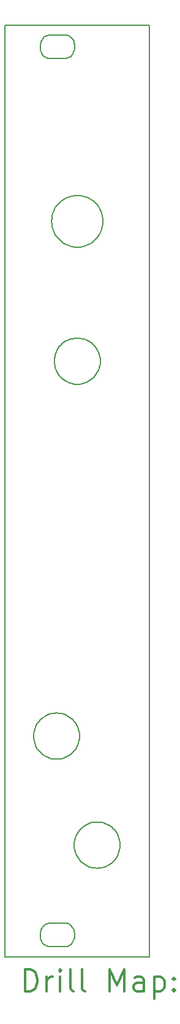
<source format=gbr>
%FSLAX45Y45*%
G04 Gerber Fmt 4.5, Leading zero omitted, Abs format (unit mm)*
G04 Created by KiCad (PCBNEW (5.1.10)-1) date 2021-10-06 15:17:24*
%MOMM*%
%LPD*%
G01*
G04 APERTURE LIST*
%TA.AperFunction,Profile*%
%ADD10C,0.200000*%
%TD*%
%ADD11C,0.200000*%
%ADD12C,0.300000*%
G04 APERTURE END LIST*
D10*
X15054070Y12490986D02*
X15021559Y12492510D01*
X15086329Y12492510D02*
X15054070Y12490986D01*
X15118078Y12497336D02*
X15086329Y12492510D01*
X15148304Y12505210D02*
X15118078Y12497336D01*
X15177514Y12515877D02*
X15148304Y12505210D01*
X15205454Y12529338D02*
X15177514Y12515877D01*
X15231618Y12545087D02*
X15205454Y12529338D01*
X15256000Y12563376D02*
X15231618Y12545087D01*
X15278606Y12583950D02*
X15256000Y12563376D01*
X15298926Y12606556D02*
X15278606Y12583950D01*
X15317215Y12630939D02*
X15298926Y12606556D01*
X15333216Y12657102D02*
X15317215Y12630939D01*
X15346679Y12684788D02*
X15333216Y12657102D01*
X15357346Y12713998D02*
X15346679Y12684788D01*
X15364966Y12744478D02*
X15357346Y12713998D01*
X15369792Y12775973D02*
X15364966Y12744478D01*
X15371570Y12808486D02*
X15369792Y12775973D01*
X15369792Y12840997D02*
X15371570Y12808486D01*
X15364966Y12872494D02*
X15369792Y12840997D01*
X15357346Y12902720D02*
X15364966Y12872494D01*
X15346679Y12931930D02*
X15357346Y12902720D01*
X15333216Y12959870D02*
X15346679Y12931930D01*
X15317215Y12986031D02*
X15333216Y12959870D01*
X15298926Y13010416D02*
X15317215Y12986031D01*
X15278606Y13033022D02*
X15298926Y13010416D01*
X15256000Y13053342D02*
X15278606Y13033022D01*
X15231618Y13071629D02*
X15256000Y13053342D01*
X15205454Y13087631D02*
X15231618Y13071629D01*
X15177514Y13100839D02*
X15205454Y13087631D01*
X15148304Y13111762D02*
X15177514Y13100839D01*
X15118078Y13119382D02*
X15148304Y13111762D01*
X15086329Y13124207D02*
X15118078Y13119382D01*
X15054070Y13125986D02*
X15086329Y13124207D01*
X15021559Y13124207D02*
X15054070Y13125986D01*
X14990063Y13119382D02*
X15021559Y13124207D01*
X14959582Y13111762D02*
X14990063Y13119382D01*
X14930372Y13100839D02*
X14959582Y13111762D01*
X14902686Y13087631D02*
X14930372Y13100839D01*
X14876525Y13071629D02*
X14902686Y13087631D01*
X14852140Y13053342D02*
X14876525Y13071629D01*
X14829534Y13033022D02*
X14852140Y13053342D01*
X14808960Y13010416D02*
X14829534Y13033022D01*
X14790673Y12986031D02*
X14808960Y13010416D01*
X14774925Y12959870D02*
X14790673Y12986031D01*
X14761463Y12931930D02*
X14774925Y12959870D01*
X14750794Y12902720D02*
X14761463Y12931930D01*
X14742920Y12872494D02*
X14750794Y12902720D01*
X14738095Y12840997D02*
X14742920Y12872494D01*
X14736570Y12808486D02*
X14738095Y12840997D01*
X14738095Y12775973D02*
X14736570Y12808486D01*
X14742920Y12744478D02*
X14738095Y12775973D01*
X14750794Y12713998D02*
X14742920Y12744478D01*
X14761463Y12684788D02*
X14750794Y12713998D01*
X14774925Y12657102D02*
X14761463Y12684788D01*
X14790673Y12630939D02*
X14774925Y12657102D01*
X14808960Y12606556D02*
X14790673Y12630939D01*
X14829534Y12583950D02*
X14808960Y12606556D01*
X14852140Y12563376D02*
X14829534Y12583950D01*
X14876525Y12545087D02*
X14852140Y12563376D01*
X14902686Y12529338D02*
X14876525Y12545087D01*
X14930372Y12515877D02*
X14902686Y12529338D01*
X14959582Y12505210D02*
X14930372Y12515877D01*
X14990063Y12497336D02*
X14959582Y12505210D01*
X15021559Y12492510D02*
X14990063Y12497336D01*
X15017495Y15088304D02*
X15054071Y15090082D01*
X14982189Y15082970D02*
X15017495Y15088304D01*
X14948154Y15074080D02*
X14982189Y15082970D01*
X14915641Y15062143D02*
X14948154Y15074080D01*
X14884400Y15047156D02*
X14915641Y15062143D01*
X14855190Y15029378D02*
X14884400Y15047156D01*
X14827759Y15009056D02*
X14855190Y15029378D01*
X14802612Y14985943D02*
X14827759Y15009056D01*
X14779497Y14960796D02*
X14802612Y14985943D01*
X14759178Y14933365D02*
X14779497Y14960796D01*
X14741399Y14904155D02*
X14759178Y14933365D01*
X14726413Y14872912D02*
X14741399Y14904155D01*
X14714473Y14840401D02*
X14726413Y14872912D01*
X14705585Y14806364D02*
X14714473Y14840401D01*
X14700249Y14771058D02*
X14705585Y14806364D01*
X14698471Y14734482D02*
X14700249Y14771058D01*
X14700249Y14698160D02*
X14698471Y14734482D01*
X14705585Y14662854D02*
X14700249Y14698160D01*
X14714473Y14628818D02*
X14705585Y14662854D01*
X14726413Y14596053D02*
X14714473Y14628818D01*
X14741399Y14565065D02*
X14726413Y14596053D01*
X14759178Y14535855D02*
X14741399Y14565065D01*
X14779497Y14508423D02*
X14759178Y14535855D01*
X14802612Y14483022D02*
X14779497Y14508423D01*
X14827759Y14460162D02*
X14802612Y14483022D01*
X14855190Y14439588D02*
X14827759Y14460162D01*
X14884400Y14421809D02*
X14855190Y14439588D01*
X14915641Y14406823D02*
X14884400Y14421809D01*
X14948154Y14394884D02*
X14915641Y14406823D01*
X14982189Y14386249D02*
X14948154Y14394884D01*
X15017495Y14380914D02*
X14982189Y14386249D01*
X15054071Y14378883D02*
X15017495Y14380914D01*
X15090393Y14380914D02*
X15054071Y14378883D01*
X15125699Y14386249D02*
X15090393Y14380914D01*
X15159737Y14394884D02*
X15125699Y14386249D01*
X15192502Y14406823D02*
X15159737Y14394884D01*
X15223490Y14421809D02*
X15192502Y14406823D01*
X15252700Y14439588D02*
X15223490Y14421809D01*
X15280132Y14460162D02*
X15252700Y14439588D01*
X15305531Y14483022D02*
X15280132Y14460162D01*
X15328391Y14508423D02*
X15305531Y14483022D01*
X15348965Y14535855D02*
X15328391Y14508423D01*
X15366746Y14565065D02*
X15348965Y14535855D01*
X15381732Y14596053D02*
X15366746Y14565065D01*
X15393669Y14628818D02*
X15381732Y14596053D01*
X15402306Y14662854D02*
X15393669Y14628818D01*
X15407893Y14698160D02*
X15402306Y14662854D01*
X15409672Y14734482D02*
X15407893Y14698160D01*
X15407893Y14771058D02*
X15409672Y14734482D01*
X15402306Y14806364D02*
X15407893Y14771058D01*
X15393669Y14840401D02*
X15402306Y14806364D01*
X15381732Y14872912D02*
X15393669Y14840401D01*
X15366746Y14904155D02*
X15381732Y14872912D01*
X15348965Y14933365D02*
X15366746Y14904155D01*
X15328391Y14960796D02*
X15348965Y14933365D01*
X15305531Y14985943D02*
X15328391Y14960796D01*
X15280132Y15009056D02*
X15305531Y14985943D01*
X15252700Y15029378D02*
X15280132Y15009056D01*
X15223490Y15047156D02*
X15252700Y15029378D01*
X15192502Y15062143D02*
X15223490Y15047156D01*
X15159737Y15074080D02*
X15192502Y15062143D01*
X15125699Y15082970D02*
X15159737Y15074080D01*
X15090393Y15088304D02*
X15125699Y15082970D01*
X15054071Y15090082D02*
X15090393Y15088304D01*
X15085031Y7646669D02*
X15083252Y7614158D01*
X15083252Y7678928D02*
X15085031Y7646669D01*
X15078427Y7710677D02*
X15083252Y7678928D01*
X15070807Y7740903D02*
X15078427Y7710677D01*
X15060138Y7770113D02*
X15070807Y7740903D01*
X15046676Y7797799D02*
X15060138Y7770113D01*
X15030674Y7823962D02*
X15046676Y7797799D01*
X15012387Y7848599D02*
X15030674Y7823962D01*
X14992067Y7870951D02*
X15012387Y7848599D01*
X14969461Y7891525D02*
X14992067Y7870951D01*
X14945076Y7909814D02*
X14969461Y7891525D01*
X14918915Y7925815D02*
X14945076Y7909814D01*
X14890975Y7939024D02*
X14918915Y7925815D01*
X14861765Y7949691D02*
X14890975Y7939024D01*
X14831539Y7957565D02*
X14861765Y7949691D01*
X14800042Y7962391D02*
X14831539Y7957565D01*
X14767531Y7964169D02*
X14800042Y7962391D01*
X14735018Y7962391D02*
X14767531Y7964169D01*
X14703523Y7957565D02*
X14735018Y7962391D01*
X14673043Y7949691D02*
X14703523Y7957565D01*
X14643833Y7939024D02*
X14673043Y7949691D01*
X14616147Y7925815D02*
X14643833Y7939024D01*
X14589984Y7909814D02*
X14616147Y7925815D01*
X14565601Y7891525D02*
X14589984Y7909814D01*
X14542995Y7870951D02*
X14565601Y7891525D01*
X14522421Y7848599D02*
X14542995Y7870951D01*
X14504132Y7823962D02*
X14522421Y7848599D01*
X14488386Y7797799D02*
X14504132Y7823962D01*
X14474922Y7770113D02*
X14488386Y7797799D01*
X14464255Y7740903D02*
X14474922Y7770113D01*
X14456381Y7710677D02*
X14464255Y7740903D01*
X14451555Y7678928D02*
X14456381Y7710677D01*
X14450031Y7646669D02*
X14451555Y7678928D01*
X14451555Y7614158D02*
X14450031Y7646669D01*
X14456381Y7582662D02*
X14451555Y7614158D01*
X14464255Y7552181D02*
X14456381Y7582662D01*
X14474922Y7522971D02*
X14464255Y7552181D01*
X14488386Y7495285D02*
X14474922Y7522971D01*
X14504132Y7469124D02*
X14488386Y7495285D01*
X14522421Y7444485D02*
X14504132Y7469124D01*
X14542995Y7422133D02*
X14522421Y7444485D01*
X14565601Y7401559D02*
X14542995Y7422133D01*
X14589984Y7383272D02*
X14565601Y7401559D01*
X14616147Y7367270D02*
X14589984Y7383272D01*
X14643833Y7354062D02*
X14616147Y7367270D01*
X14673043Y7343393D02*
X14643833Y7354062D01*
X14703523Y7335519D02*
X14673043Y7343393D01*
X14735018Y7330694D02*
X14703523Y7335519D01*
X14767531Y7329169D02*
X14735018Y7330694D01*
X14800042Y7330694D02*
X14767531Y7329169D01*
X14831539Y7335519D02*
X14800042Y7330694D01*
X14861765Y7343393D02*
X14831539Y7335519D01*
X14890975Y7354062D02*
X14861765Y7343393D01*
X14918915Y7367270D02*
X14890975Y7354062D01*
X14945076Y7383272D02*
X14918915Y7367270D01*
X14969461Y7401559D02*
X14945076Y7383272D01*
X14992067Y7422133D02*
X14969461Y7401559D01*
X15012387Y7444485D02*
X14992067Y7422133D01*
X15030674Y7469124D02*
X15012387Y7444485D01*
X15046676Y7495285D02*
X15030674Y7469124D01*
X15060138Y7522971D02*
X15046676Y7495285D01*
X15070807Y7552181D02*
X15060138Y7522971D01*
X15078427Y7582662D02*
X15070807Y7552181D01*
X15083252Y7614158D02*
X15078427Y7582662D01*
X15645438Y6146800D02*
X15643660Y6114289D01*
X15643660Y6179059D02*
X15645438Y6146800D01*
X15638834Y6210807D02*
X15643660Y6179059D01*
X15631214Y6241034D02*
X15638834Y6210807D01*
X15620545Y6270244D02*
X15631214Y6241034D01*
X15607083Y6297929D02*
X15620545Y6270244D01*
X15591081Y6324093D02*
X15607083Y6297929D01*
X15572794Y6348730D02*
X15591081Y6324093D01*
X15552474Y6371082D02*
X15572794Y6348730D01*
X15529868Y6391655D02*
X15552474Y6371082D01*
X15505483Y6409945D02*
X15529868Y6391655D01*
X15479322Y6425945D02*
X15505483Y6409945D01*
X15451382Y6439155D02*
X15479322Y6425945D01*
X15422172Y6449822D02*
X15451382Y6439155D01*
X15391946Y6457696D02*
X15422172Y6449822D01*
X15360449Y6462521D02*
X15391946Y6457696D01*
X15327938Y6464300D02*
X15360449Y6462521D01*
X15295425Y6462521D02*
X15327938Y6464300D01*
X15263930Y6457696D02*
X15295425Y6462521D01*
X15233450Y6449822D02*
X15263930Y6457696D01*
X15204240Y6439155D02*
X15233450Y6449822D01*
X15176554Y6425945D02*
X15204240Y6439155D01*
X15150391Y6409945D02*
X15176554Y6425945D01*
X15126008Y6391655D02*
X15150391Y6409945D01*
X15103402Y6371082D02*
X15126008Y6391655D01*
X15082828Y6348730D02*
X15103402Y6371082D01*
X15064539Y6324093D02*
X15082828Y6348730D01*
X15048793Y6297929D02*
X15064539Y6324093D01*
X15035329Y6270244D02*
X15048793Y6297929D01*
X15024662Y6241034D02*
X15035329Y6270244D01*
X15016788Y6210807D02*
X15024662Y6241034D01*
X15011963Y6179059D02*
X15016788Y6210807D01*
X15010438Y6146800D02*
X15011963Y6179059D01*
X15011963Y6114289D02*
X15010438Y6146800D01*
X15016788Y6082792D02*
X15011963Y6114289D01*
X15024662Y6052311D02*
X15016788Y6082792D01*
X15035329Y6023101D02*
X15024662Y6052311D01*
X15048793Y5995416D02*
X15035329Y6023101D01*
X15064539Y5969254D02*
X15048793Y5995416D01*
X15082828Y5944616D02*
X15064539Y5969254D01*
X15103402Y5922263D02*
X15082828Y5944616D01*
X15126008Y5901690D02*
X15103402Y5922263D01*
X15150391Y5883403D02*
X15126008Y5901690D01*
X15176554Y5867400D02*
X15150391Y5883403D01*
X15204240Y5854193D02*
X15176554Y5867400D01*
X15233450Y5843523D02*
X15204240Y5854193D01*
X15263930Y5835649D02*
X15233450Y5843523D01*
X15295425Y5830824D02*
X15263930Y5835649D01*
X15327938Y5829300D02*
X15295425Y5830824D01*
X15360449Y5830824D02*
X15327938Y5829300D01*
X15391946Y5835649D02*
X15360449Y5830824D01*
X15422172Y5843523D02*
X15391946Y5835649D01*
X15451382Y5854193D02*
X15422172Y5843523D01*
X15479322Y5867400D02*
X15451382Y5854193D01*
X15505483Y5883403D02*
X15479322Y5867400D01*
X15529868Y5901690D02*
X15505483Y5883403D01*
X15552474Y5922263D02*
X15529868Y5901690D01*
X15572794Y5944616D02*
X15552474Y5922263D01*
X15591081Y5969254D02*
X15572794Y5944616D01*
X15607083Y5995416D02*
X15591081Y5969254D01*
X15620545Y6023101D02*
X15607083Y5995416D01*
X15631214Y6052311D02*
X15620545Y6023101D01*
X15638834Y6082792D02*
X15631214Y6052311D01*
X15643660Y6114289D02*
X15638834Y6082792D01*
X15016732Y4909567D02*
X15016478Y4901439D01*
X15015464Y4933695D02*
X15016732Y4909567D01*
X15011398Y4956810D02*
X15015464Y4933695D01*
X15005303Y4978400D02*
X15011398Y4956810D01*
X14996666Y4998465D02*
X15005303Y4978400D01*
X14986254Y5016246D02*
X14996666Y4998465D01*
X14969743Y5036820D02*
X14986254Y5016246D01*
X14950440Y5052568D02*
X14969743Y5036820D01*
X14929104Y5063235D02*
X14950440Y5052568D01*
X14905989Y5068063D02*
X14929104Y5063235D01*
X14899894Y5068317D02*
X14905989Y5068063D01*
X14658593Y5068317D02*
X14899894Y5068317D01*
X14634970Y5065014D02*
X14658593Y5068317D01*
X14613126Y5055869D02*
X14634970Y5065014D01*
X14593315Y5041137D02*
X14613126Y5055869D01*
X14576042Y5021834D02*
X14593315Y5041137D01*
X14564867Y5004561D02*
X14576042Y5021834D01*
X14555722Y4985258D02*
X14564867Y5004561D01*
X14548864Y4964176D02*
X14555722Y4985258D01*
X14544039Y4941570D02*
X14548864Y4964176D01*
X14541752Y4917693D02*
X14544039Y4941570D01*
X14541752Y4909567D02*
X14541752Y4917693D01*
X14543023Y4885436D02*
X14541752Y4909567D01*
X14547086Y4862322D02*
X14543023Y4885436D01*
X14553184Y4840732D02*
X14547086Y4862322D01*
X14561564Y4820920D02*
X14553184Y4840732D01*
X14571979Y4802885D02*
X14561564Y4820920D01*
X14588743Y4782311D02*
X14571979Y4802885D01*
X14607793Y4766563D02*
X14588743Y4782311D01*
X14629383Y4755896D02*
X14607793Y4766563D01*
X14652497Y4751071D02*
X14629383Y4755896D01*
X14658593Y4750817D02*
X14652497Y4751071D01*
X14899894Y4750817D02*
X14658593Y4750817D01*
X14923514Y4754118D02*
X14899894Y4750817D01*
X14945358Y4763262D02*
X14923514Y4754118D01*
X14965172Y4777994D02*
X14945358Y4763262D01*
X14982442Y4797298D02*
X14965172Y4777994D01*
X14993620Y4814570D02*
X14982442Y4797298D01*
X15002508Y4833874D02*
X14993620Y4814570D01*
X15009620Y4854956D02*
X15002508Y4833874D01*
X15014447Y4877562D02*
X15009620Y4854956D01*
X15016478Y4901439D02*
X15014447Y4877562D01*
X15016732Y17137126D02*
X15016478Y17128998D01*
X15015464Y17161254D02*
X15016732Y17137126D01*
X15011398Y17184369D02*
X15015464Y17161254D01*
X15005303Y17205959D02*
X15011398Y17184369D01*
X14996666Y17226024D02*
X15005303Y17205959D01*
X14986254Y17243805D02*
X14996666Y17226024D01*
X14969743Y17264379D02*
X14986254Y17243805D01*
X14950440Y17280127D02*
X14969743Y17264379D01*
X14929104Y17290794D02*
X14950440Y17280127D01*
X14905989Y17295622D02*
X14929104Y17290794D01*
X14899894Y17295876D02*
X14905989Y17295622D01*
X14658593Y17295876D02*
X14899894Y17295876D01*
X14634970Y17292573D02*
X14658593Y17295876D01*
X14613126Y17283428D02*
X14634970Y17292573D01*
X14593315Y17268696D02*
X14613126Y17283428D01*
X14576042Y17249393D02*
X14593315Y17268696D01*
X14564867Y17232120D02*
X14576042Y17249393D01*
X14555722Y17212817D02*
X14564867Y17232120D01*
X14548864Y17191735D02*
X14555722Y17212817D01*
X14544039Y17169129D02*
X14548864Y17191735D01*
X14541752Y17145252D02*
X14544039Y17169129D01*
X14541752Y17137126D02*
X14541752Y17145252D01*
X14543023Y17112995D02*
X14541752Y17137126D01*
X14547086Y17089881D02*
X14543023Y17112995D01*
X14553184Y17068291D02*
X14547086Y17089881D01*
X14561564Y17048479D02*
X14553184Y17068291D01*
X14571979Y17030444D02*
X14561564Y17048479D01*
X14588743Y17009870D02*
X14571979Y17030444D01*
X14607793Y16994122D02*
X14588743Y17009870D01*
X14629383Y16983455D02*
X14607793Y16994122D01*
X14652497Y16978630D02*
X14629383Y16983455D01*
X14658593Y16978376D02*
X14652497Y16978630D01*
X14899894Y16978376D02*
X14658593Y16978376D01*
X14923514Y16981677D02*
X14899894Y16978376D01*
X14945358Y16990821D02*
X14923514Y16981677D01*
X14965172Y17005553D02*
X14945358Y16990821D01*
X14982442Y17024857D02*
X14965172Y17005553D01*
X14993620Y17042129D02*
X14982442Y17024857D01*
X15002508Y17061433D02*
X14993620Y17042129D01*
X15009620Y17082515D02*
X15002508Y17061433D01*
X15014447Y17105121D02*
X15009620Y17082515D01*
X15016478Y17128998D02*
X15014447Y17105121D01*
X16054069Y17436845D02*
X16054069Y4609846D01*
X14054073Y17436845D02*
X16054069Y17436845D01*
X14054073Y4609846D02*
X14054073Y17436845D01*
X16054069Y4609846D02*
X14054073Y4609846D01*
D11*
D12*
X14330502Y4134131D02*
X14330502Y4434131D01*
X14401930Y4434131D01*
X14444787Y4419846D01*
X14473359Y4391274D01*
X14487644Y4362703D01*
X14501930Y4305560D01*
X14501930Y4262703D01*
X14487644Y4205560D01*
X14473359Y4176988D01*
X14444787Y4148417D01*
X14401930Y4134131D01*
X14330502Y4134131D01*
X14630502Y4134131D02*
X14630502Y4334131D01*
X14630502Y4276988D02*
X14644787Y4305560D01*
X14659073Y4319846D01*
X14687644Y4334131D01*
X14716216Y4334131D01*
X14816216Y4134131D02*
X14816216Y4334131D01*
X14816216Y4434131D02*
X14801930Y4419846D01*
X14816216Y4405560D01*
X14830502Y4419846D01*
X14816216Y4434131D01*
X14816216Y4405560D01*
X15001930Y4134131D02*
X14973359Y4148417D01*
X14959073Y4176988D01*
X14959073Y4434131D01*
X15159073Y4134131D02*
X15130502Y4148417D01*
X15116216Y4176988D01*
X15116216Y4434131D01*
X15501930Y4134131D02*
X15501930Y4434131D01*
X15601930Y4219846D01*
X15701930Y4434131D01*
X15701930Y4134131D01*
X15973359Y4134131D02*
X15973359Y4291274D01*
X15959073Y4319846D01*
X15930502Y4334131D01*
X15873359Y4334131D01*
X15844787Y4319846D01*
X15973359Y4148417D02*
X15944787Y4134131D01*
X15873359Y4134131D01*
X15844787Y4148417D01*
X15830502Y4176988D01*
X15830502Y4205560D01*
X15844787Y4234131D01*
X15873359Y4248417D01*
X15944787Y4248417D01*
X15973359Y4262703D01*
X16116216Y4334131D02*
X16116216Y4034131D01*
X16116216Y4319846D02*
X16144787Y4334131D01*
X16201930Y4334131D01*
X16230502Y4319846D01*
X16244787Y4305560D01*
X16259073Y4276988D01*
X16259073Y4191274D01*
X16244787Y4162703D01*
X16230502Y4148417D01*
X16201930Y4134131D01*
X16144787Y4134131D01*
X16116216Y4148417D01*
X16387644Y4162703D02*
X16401930Y4148417D01*
X16387644Y4134131D01*
X16373359Y4148417D01*
X16387644Y4162703D01*
X16387644Y4134131D01*
X16387644Y4319846D02*
X16401930Y4305560D01*
X16387644Y4291274D01*
X16373359Y4305560D01*
X16387644Y4319846D01*
X16387644Y4291274D01*
M02*

</source>
